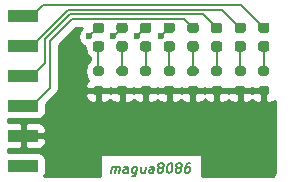
<source format=gbr>
%TF.GenerationSoftware,KiCad,Pcbnew,(5.1.10)-1*%
%TF.CreationDate,2021-08-11T02:19:35+08:00*%
%TF.ProjectId,Pmod-8led,506d6f64-2d38-46c6-9564-2e6b69636164,rev?*%
%TF.SameCoordinates,Original*%
%TF.FileFunction,Copper,L1,Top*%
%TF.FilePolarity,Positive*%
%FSLAX46Y46*%
G04 Gerber Fmt 4.6, Leading zero omitted, Abs format (unit mm)*
G04 Created by KiCad (PCBNEW (5.1.10)-1) date 2021-08-11 02:19:35*
%MOMM*%
%LPD*%
G01*
G04 APERTURE LIST*
%TA.AperFunction,NonConductor*%
%ADD10C,0.150000*%
%TD*%
%TA.AperFunction,SMDPad,CuDef*%
%ADD11R,2.500000X1.000000*%
%TD*%
%TA.AperFunction,ViaPad*%
%ADD12C,0.600000*%
%TD*%
%TA.AperFunction,Conductor*%
%ADD13C,0.200000*%
%TD*%
%TA.AperFunction,Conductor*%
%ADD14C,0.254000*%
%TD*%
%TA.AperFunction,Conductor*%
%ADD15C,0.100000*%
%TD*%
G04 APERTURE END LIST*
D10*
X156013688Y-110724904D02*
X156080355Y-110191571D01*
X156070831Y-110267761D02*
X156113688Y-110229666D01*
X156194641Y-110191571D01*
X156308926Y-110191571D01*
X156380355Y-110229666D01*
X156408926Y-110305857D01*
X156356545Y-110724904D01*
X156408926Y-110305857D02*
X156456545Y-110229666D01*
X156537498Y-110191571D01*
X156651783Y-110191571D01*
X156723212Y-110229666D01*
X156751783Y-110305857D01*
X156699402Y-110724904D01*
X157423212Y-110724904D02*
X157475593Y-110305857D01*
X157447022Y-110229666D01*
X157375593Y-110191571D01*
X157223212Y-110191571D01*
X157142260Y-110229666D01*
X157427974Y-110686809D02*
X157347022Y-110724904D01*
X157156545Y-110724904D01*
X157085117Y-110686809D01*
X157056545Y-110610619D01*
X157066069Y-110534428D01*
X157113688Y-110458238D01*
X157194641Y-110420142D01*
X157385117Y-110420142D01*
X157466069Y-110382047D01*
X158213688Y-110191571D02*
X158132736Y-110839190D01*
X158085117Y-110915380D01*
X158042260Y-110953476D01*
X157961307Y-110991571D01*
X157847022Y-110991571D01*
X157775593Y-110953476D01*
X158151783Y-110686809D02*
X158070831Y-110724904D01*
X157918450Y-110724904D01*
X157847022Y-110686809D01*
X157813688Y-110648714D01*
X157785117Y-110572523D01*
X157813688Y-110343952D01*
X157861307Y-110267761D01*
X157904164Y-110229666D01*
X157985117Y-110191571D01*
X158137498Y-110191571D01*
X158208926Y-110229666D01*
X158937498Y-110191571D02*
X158870831Y-110724904D01*
X158594641Y-110191571D02*
X158542260Y-110610619D01*
X158570831Y-110686809D01*
X158642260Y-110724904D01*
X158756545Y-110724904D01*
X158837498Y-110686809D01*
X158880355Y-110648714D01*
X159594641Y-110724904D02*
X159647022Y-110305857D01*
X159618450Y-110229666D01*
X159547022Y-110191571D01*
X159394641Y-110191571D01*
X159313688Y-110229666D01*
X159599402Y-110686809D02*
X159518450Y-110724904D01*
X159327974Y-110724904D01*
X159256545Y-110686809D01*
X159227974Y-110610619D01*
X159237498Y-110534428D01*
X159285117Y-110458238D01*
X159366069Y-110420142D01*
X159556545Y-110420142D01*
X159637498Y-110382047D01*
X160147022Y-110267761D02*
X160075593Y-110229666D01*
X160042260Y-110191571D01*
X160013688Y-110115380D01*
X160018450Y-110077285D01*
X160066069Y-110001095D01*
X160108926Y-109963000D01*
X160189879Y-109924904D01*
X160342260Y-109924904D01*
X160413688Y-109963000D01*
X160447022Y-110001095D01*
X160475593Y-110077285D01*
X160470831Y-110115380D01*
X160423212Y-110191571D01*
X160380355Y-110229666D01*
X160299402Y-110267761D01*
X160147022Y-110267761D01*
X160066069Y-110305857D01*
X160023212Y-110343952D01*
X159975593Y-110420142D01*
X159956545Y-110572523D01*
X159985117Y-110648714D01*
X160018450Y-110686809D01*
X160089879Y-110724904D01*
X160242260Y-110724904D01*
X160323212Y-110686809D01*
X160366069Y-110648714D01*
X160413688Y-110572523D01*
X160432736Y-110420142D01*
X160404164Y-110343952D01*
X160370831Y-110305857D01*
X160299402Y-110267761D01*
X160989879Y-109924904D02*
X161066069Y-109924904D01*
X161137498Y-109963000D01*
X161170831Y-110001095D01*
X161199402Y-110077285D01*
X161218450Y-110229666D01*
X161194641Y-110420142D01*
X161137498Y-110572523D01*
X161089879Y-110648714D01*
X161047022Y-110686809D01*
X160966069Y-110724904D01*
X160889879Y-110724904D01*
X160818450Y-110686809D01*
X160785117Y-110648714D01*
X160756545Y-110572523D01*
X160737498Y-110420142D01*
X160761307Y-110229666D01*
X160818450Y-110077285D01*
X160866069Y-110001095D01*
X160908926Y-109963000D01*
X160989879Y-109924904D01*
X161670831Y-110267761D02*
X161599402Y-110229666D01*
X161566069Y-110191571D01*
X161537498Y-110115380D01*
X161542260Y-110077285D01*
X161589879Y-110001095D01*
X161632736Y-109963000D01*
X161713688Y-109924904D01*
X161866069Y-109924904D01*
X161937498Y-109963000D01*
X161970831Y-110001095D01*
X161999402Y-110077285D01*
X161994641Y-110115380D01*
X161947022Y-110191571D01*
X161904164Y-110229666D01*
X161823212Y-110267761D01*
X161670831Y-110267761D01*
X161589879Y-110305857D01*
X161547022Y-110343952D01*
X161499402Y-110420142D01*
X161480355Y-110572523D01*
X161508926Y-110648714D01*
X161542260Y-110686809D01*
X161613688Y-110724904D01*
X161766069Y-110724904D01*
X161847022Y-110686809D01*
X161889879Y-110648714D01*
X161937498Y-110572523D01*
X161956545Y-110420142D01*
X161927974Y-110343952D01*
X161894641Y-110305857D01*
X161823212Y-110267761D01*
X162704164Y-109924904D02*
X162551783Y-109924904D01*
X162470831Y-109963000D01*
X162427974Y-110001095D01*
X162337498Y-110115380D01*
X162280355Y-110267761D01*
X162242260Y-110572523D01*
X162270831Y-110648714D01*
X162304164Y-110686809D01*
X162375593Y-110724904D01*
X162527974Y-110724904D01*
X162608926Y-110686809D01*
X162651783Y-110648714D01*
X162699402Y-110572523D01*
X162723212Y-110382047D01*
X162694641Y-110305857D01*
X162661307Y-110267761D01*
X162589879Y-110229666D01*
X162437498Y-110229666D01*
X162356545Y-110267761D01*
X162313688Y-110305857D01*
X162266069Y-110382047D01*
D11*
%TO.P,PMOD0,1*%
%TO.N,IO0*%
X148596100Y-97409000D03*
%TO.P,PMOD0,2*%
%TO.N,IO1*%
X148596100Y-99949000D03*
%TO.P,PMOD0,3*%
%TO.N,IO2*%
X148596100Y-102489000D03*
%TO.P,PMOD0,4*%
%TO.N,IO3*%
X148596100Y-105029000D03*
%TO.P,PMOD0,5*%
%TO.N,GND*%
X148596100Y-107569000D03*
%TO.P,PMOD0,6*%
%TO.N,+3V3*%
X148596100Y-110109000D03*
%TD*%
%TO.P,R7,2*%
%TO.N,GND*%
%TA.AperFunction,SMDPad,CuDef*%
G36*
G01*
X154678200Y-103348800D02*
X155228200Y-103348800D01*
G75*
G02*
X155428200Y-103548800I0J-200000D01*
G01*
X155428200Y-103948800D01*
G75*
G02*
X155228200Y-104148800I-200000J0D01*
G01*
X154678200Y-104148800D01*
G75*
G02*
X154478200Y-103948800I0J200000D01*
G01*
X154478200Y-103548800D01*
G75*
G02*
X154678200Y-103348800I200000J0D01*
G01*
G37*
%TD.AperFunction*%
%TO.P,R7,1*%
%TO.N,Net-(D7-Pad1)*%
%TA.AperFunction,SMDPad,CuDef*%
G36*
G01*
X154678200Y-101698800D02*
X155228200Y-101698800D01*
G75*
G02*
X155428200Y-101898800I0J-200000D01*
G01*
X155428200Y-102298800D01*
G75*
G02*
X155228200Y-102498800I-200000J0D01*
G01*
X154678200Y-102498800D01*
G75*
G02*
X154478200Y-102298800I0J200000D01*
G01*
X154478200Y-101898800D01*
G75*
G02*
X154678200Y-101698800I200000J0D01*
G01*
G37*
%TD.AperFunction*%
%TD*%
%TO.P,R6,2*%
%TO.N,GND*%
%TA.AperFunction,SMDPad,CuDef*%
G36*
G01*
X156678200Y-103348800D02*
X157228200Y-103348800D01*
G75*
G02*
X157428200Y-103548800I0J-200000D01*
G01*
X157428200Y-103948800D01*
G75*
G02*
X157228200Y-104148800I-200000J0D01*
G01*
X156678200Y-104148800D01*
G75*
G02*
X156478200Y-103948800I0J200000D01*
G01*
X156478200Y-103548800D01*
G75*
G02*
X156678200Y-103348800I200000J0D01*
G01*
G37*
%TD.AperFunction*%
%TO.P,R6,1*%
%TO.N,Net-(D6-Pad1)*%
%TA.AperFunction,SMDPad,CuDef*%
G36*
G01*
X156678200Y-101698800D02*
X157228200Y-101698800D01*
G75*
G02*
X157428200Y-101898800I0J-200000D01*
G01*
X157428200Y-102298800D01*
G75*
G02*
X157228200Y-102498800I-200000J0D01*
G01*
X156678200Y-102498800D01*
G75*
G02*
X156478200Y-102298800I0J200000D01*
G01*
X156478200Y-101898800D01*
G75*
G02*
X156678200Y-101698800I200000J0D01*
G01*
G37*
%TD.AperFunction*%
%TD*%
%TO.P,R5,2*%
%TO.N,GND*%
%TA.AperFunction,SMDPad,CuDef*%
G36*
G01*
X158678200Y-103348800D02*
X159228200Y-103348800D01*
G75*
G02*
X159428200Y-103548800I0J-200000D01*
G01*
X159428200Y-103948800D01*
G75*
G02*
X159228200Y-104148800I-200000J0D01*
G01*
X158678200Y-104148800D01*
G75*
G02*
X158478200Y-103948800I0J200000D01*
G01*
X158478200Y-103548800D01*
G75*
G02*
X158678200Y-103348800I200000J0D01*
G01*
G37*
%TD.AperFunction*%
%TO.P,R5,1*%
%TO.N,Net-(D5-Pad1)*%
%TA.AperFunction,SMDPad,CuDef*%
G36*
G01*
X158678200Y-101698800D02*
X159228200Y-101698800D01*
G75*
G02*
X159428200Y-101898800I0J-200000D01*
G01*
X159428200Y-102298800D01*
G75*
G02*
X159228200Y-102498800I-200000J0D01*
G01*
X158678200Y-102498800D01*
G75*
G02*
X158478200Y-102298800I0J200000D01*
G01*
X158478200Y-101898800D01*
G75*
G02*
X158678200Y-101698800I200000J0D01*
G01*
G37*
%TD.AperFunction*%
%TD*%
%TO.P,R4,2*%
%TO.N,GND*%
%TA.AperFunction,SMDPad,CuDef*%
G36*
G01*
X160678200Y-103348800D02*
X161228200Y-103348800D01*
G75*
G02*
X161428200Y-103548800I0J-200000D01*
G01*
X161428200Y-103948800D01*
G75*
G02*
X161228200Y-104148800I-200000J0D01*
G01*
X160678200Y-104148800D01*
G75*
G02*
X160478200Y-103948800I0J200000D01*
G01*
X160478200Y-103548800D01*
G75*
G02*
X160678200Y-103348800I200000J0D01*
G01*
G37*
%TD.AperFunction*%
%TO.P,R4,1*%
%TO.N,Net-(D4-Pad1)*%
%TA.AperFunction,SMDPad,CuDef*%
G36*
G01*
X160678200Y-101698800D02*
X161228200Y-101698800D01*
G75*
G02*
X161428200Y-101898800I0J-200000D01*
G01*
X161428200Y-102298800D01*
G75*
G02*
X161228200Y-102498800I-200000J0D01*
G01*
X160678200Y-102498800D01*
G75*
G02*
X160478200Y-102298800I0J200000D01*
G01*
X160478200Y-101898800D01*
G75*
G02*
X160678200Y-101698800I200000J0D01*
G01*
G37*
%TD.AperFunction*%
%TD*%
%TO.P,R3,2*%
%TO.N,GND*%
%TA.AperFunction,SMDPad,CuDef*%
G36*
G01*
X162678200Y-103348800D02*
X163228200Y-103348800D01*
G75*
G02*
X163428200Y-103548800I0J-200000D01*
G01*
X163428200Y-103948800D01*
G75*
G02*
X163228200Y-104148800I-200000J0D01*
G01*
X162678200Y-104148800D01*
G75*
G02*
X162478200Y-103948800I0J200000D01*
G01*
X162478200Y-103548800D01*
G75*
G02*
X162678200Y-103348800I200000J0D01*
G01*
G37*
%TD.AperFunction*%
%TO.P,R3,1*%
%TO.N,Net-(D3-Pad1)*%
%TA.AperFunction,SMDPad,CuDef*%
G36*
G01*
X162678200Y-101698800D02*
X163228200Y-101698800D01*
G75*
G02*
X163428200Y-101898800I0J-200000D01*
G01*
X163428200Y-102298800D01*
G75*
G02*
X163228200Y-102498800I-200000J0D01*
G01*
X162678200Y-102498800D01*
G75*
G02*
X162478200Y-102298800I0J200000D01*
G01*
X162478200Y-101898800D01*
G75*
G02*
X162678200Y-101698800I200000J0D01*
G01*
G37*
%TD.AperFunction*%
%TD*%
%TO.P,R2,2*%
%TO.N,GND*%
%TA.AperFunction,SMDPad,CuDef*%
G36*
G01*
X164688200Y-103348800D02*
X165238200Y-103348800D01*
G75*
G02*
X165438200Y-103548800I0J-200000D01*
G01*
X165438200Y-103948800D01*
G75*
G02*
X165238200Y-104148800I-200000J0D01*
G01*
X164688200Y-104148800D01*
G75*
G02*
X164488200Y-103948800I0J200000D01*
G01*
X164488200Y-103548800D01*
G75*
G02*
X164688200Y-103348800I200000J0D01*
G01*
G37*
%TD.AperFunction*%
%TO.P,R2,1*%
%TO.N,Net-(D2-Pad1)*%
%TA.AperFunction,SMDPad,CuDef*%
G36*
G01*
X164688200Y-101698800D02*
X165238200Y-101698800D01*
G75*
G02*
X165438200Y-101898800I0J-200000D01*
G01*
X165438200Y-102298800D01*
G75*
G02*
X165238200Y-102498800I-200000J0D01*
G01*
X164688200Y-102498800D01*
G75*
G02*
X164488200Y-102298800I0J200000D01*
G01*
X164488200Y-101898800D01*
G75*
G02*
X164688200Y-101698800I200000J0D01*
G01*
G37*
%TD.AperFunction*%
%TD*%
%TO.P,R1,2*%
%TO.N,GND*%
%TA.AperFunction,SMDPad,CuDef*%
G36*
G01*
X166678200Y-103348800D02*
X167228200Y-103348800D01*
G75*
G02*
X167428200Y-103548800I0J-200000D01*
G01*
X167428200Y-103948800D01*
G75*
G02*
X167228200Y-104148800I-200000J0D01*
G01*
X166678200Y-104148800D01*
G75*
G02*
X166478200Y-103948800I0J200000D01*
G01*
X166478200Y-103548800D01*
G75*
G02*
X166678200Y-103348800I200000J0D01*
G01*
G37*
%TD.AperFunction*%
%TO.P,R1,1*%
%TO.N,Net-(D1-Pad1)*%
%TA.AperFunction,SMDPad,CuDef*%
G36*
G01*
X166678200Y-101698800D02*
X167228200Y-101698800D01*
G75*
G02*
X167428200Y-101898800I0J-200000D01*
G01*
X167428200Y-102298800D01*
G75*
G02*
X167228200Y-102498800I-200000J0D01*
G01*
X166678200Y-102498800D01*
G75*
G02*
X166478200Y-102298800I0J200000D01*
G01*
X166478200Y-101898800D01*
G75*
G02*
X166678200Y-101698800I200000J0D01*
G01*
G37*
%TD.AperFunction*%
%TD*%
%TO.P,R0,2*%
%TO.N,GND*%
%TA.AperFunction,SMDPad,CuDef*%
G36*
G01*
X168678200Y-103348800D02*
X169228200Y-103348800D01*
G75*
G02*
X169428200Y-103548800I0J-200000D01*
G01*
X169428200Y-103948800D01*
G75*
G02*
X169228200Y-104148800I-200000J0D01*
G01*
X168678200Y-104148800D01*
G75*
G02*
X168478200Y-103948800I0J200000D01*
G01*
X168478200Y-103548800D01*
G75*
G02*
X168678200Y-103348800I200000J0D01*
G01*
G37*
%TD.AperFunction*%
%TO.P,R0,1*%
%TO.N,Net-(D0-Pad1)*%
%TA.AperFunction,SMDPad,CuDef*%
G36*
G01*
X168678200Y-101698800D02*
X169228200Y-101698800D01*
G75*
G02*
X169428200Y-101898800I0J-200000D01*
G01*
X169428200Y-102298800D01*
G75*
G02*
X169228200Y-102498800I-200000J0D01*
G01*
X168678200Y-102498800D01*
G75*
G02*
X168478200Y-102298800I0J200000D01*
G01*
X168478200Y-101898800D01*
G75*
G02*
X168678200Y-101698800I200000J0D01*
G01*
G37*
%TD.AperFunction*%
%TD*%
%TO.P,D7,2*%
%TO.N,IO7*%
%TA.AperFunction,SMDPad,CuDef*%
G36*
G01*
X155209450Y-98873800D02*
X154696950Y-98873800D01*
G75*
G02*
X154478200Y-98655050I0J218750D01*
G01*
X154478200Y-98217550D01*
G75*
G02*
X154696950Y-97998800I218750J0D01*
G01*
X155209450Y-97998800D01*
G75*
G02*
X155428200Y-98217550I0J-218750D01*
G01*
X155428200Y-98655050D01*
G75*
G02*
X155209450Y-98873800I-218750J0D01*
G01*
G37*
%TD.AperFunction*%
%TO.P,D7,1*%
%TO.N,Net-(D7-Pad1)*%
%TA.AperFunction,SMDPad,CuDef*%
G36*
G01*
X155209450Y-100448800D02*
X154696950Y-100448800D01*
G75*
G02*
X154478200Y-100230050I0J218750D01*
G01*
X154478200Y-99792550D01*
G75*
G02*
X154696950Y-99573800I218750J0D01*
G01*
X155209450Y-99573800D01*
G75*
G02*
X155428200Y-99792550I0J-218750D01*
G01*
X155428200Y-100230050D01*
G75*
G02*
X155209450Y-100448800I-218750J0D01*
G01*
G37*
%TD.AperFunction*%
%TD*%
%TO.P,D6,2*%
%TO.N,IO6*%
%TA.AperFunction,SMDPad,CuDef*%
G36*
G01*
X157209450Y-98873800D02*
X156696950Y-98873800D01*
G75*
G02*
X156478200Y-98655050I0J218750D01*
G01*
X156478200Y-98217550D01*
G75*
G02*
X156696950Y-97998800I218750J0D01*
G01*
X157209450Y-97998800D01*
G75*
G02*
X157428200Y-98217550I0J-218750D01*
G01*
X157428200Y-98655050D01*
G75*
G02*
X157209450Y-98873800I-218750J0D01*
G01*
G37*
%TD.AperFunction*%
%TO.P,D6,1*%
%TO.N,Net-(D6-Pad1)*%
%TA.AperFunction,SMDPad,CuDef*%
G36*
G01*
X157209450Y-100448800D02*
X156696950Y-100448800D01*
G75*
G02*
X156478200Y-100230050I0J218750D01*
G01*
X156478200Y-99792550D01*
G75*
G02*
X156696950Y-99573800I218750J0D01*
G01*
X157209450Y-99573800D01*
G75*
G02*
X157428200Y-99792550I0J-218750D01*
G01*
X157428200Y-100230050D01*
G75*
G02*
X157209450Y-100448800I-218750J0D01*
G01*
G37*
%TD.AperFunction*%
%TD*%
%TO.P,D5,2*%
%TO.N,IO5*%
%TA.AperFunction,SMDPad,CuDef*%
G36*
G01*
X159209450Y-98873800D02*
X158696950Y-98873800D01*
G75*
G02*
X158478200Y-98655050I0J218750D01*
G01*
X158478200Y-98217550D01*
G75*
G02*
X158696950Y-97998800I218750J0D01*
G01*
X159209450Y-97998800D01*
G75*
G02*
X159428200Y-98217550I0J-218750D01*
G01*
X159428200Y-98655050D01*
G75*
G02*
X159209450Y-98873800I-218750J0D01*
G01*
G37*
%TD.AperFunction*%
%TO.P,D5,1*%
%TO.N,Net-(D5-Pad1)*%
%TA.AperFunction,SMDPad,CuDef*%
G36*
G01*
X159209450Y-100448800D02*
X158696950Y-100448800D01*
G75*
G02*
X158478200Y-100230050I0J218750D01*
G01*
X158478200Y-99792550D01*
G75*
G02*
X158696950Y-99573800I218750J0D01*
G01*
X159209450Y-99573800D01*
G75*
G02*
X159428200Y-99792550I0J-218750D01*
G01*
X159428200Y-100230050D01*
G75*
G02*
X159209450Y-100448800I-218750J0D01*
G01*
G37*
%TD.AperFunction*%
%TD*%
%TO.P,D4,2*%
%TO.N,IO4*%
%TA.AperFunction,SMDPad,CuDef*%
G36*
G01*
X161209450Y-98873800D02*
X160696950Y-98873800D01*
G75*
G02*
X160478200Y-98655050I0J218750D01*
G01*
X160478200Y-98217550D01*
G75*
G02*
X160696950Y-97998800I218750J0D01*
G01*
X161209450Y-97998800D01*
G75*
G02*
X161428200Y-98217550I0J-218750D01*
G01*
X161428200Y-98655050D01*
G75*
G02*
X161209450Y-98873800I-218750J0D01*
G01*
G37*
%TD.AperFunction*%
%TO.P,D4,1*%
%TO.N,Net-(D4-Pad1)*%
%TA.AperFunction,SMDPad,CuDef*%
G36*
G01*
X161209450Y-100448800D02*
X160696950Y-100448800D01*
G75*
G02*
X160478200Y-100230050I0J218750D01*
G01*
X160478200Y-99792550D01*
G75*
G02*
X160696950Y-99573800I218750J0D01*
G01*
X161209450Y-99573800D01*
G75*
G02*
X161428200Y-99792550I0J-218750D01*
G01*
X161428200Y-100230050D01*
G75*
G02*
X161209450Y-100448800I-218750J0D01*
G01*
G37*
%TD.AperFunction*%
%TD*%
%TO.P,D3,2*%
%TO.N,IO3*%
%TA.AperFunction,SMDPad,CuDef*%
G36*
G01*
X163209450Y-98873800D02*
X162696950Y-98873800D01*
G75*
G02*
X162478200Y-98655050I0J218750D01*
G01*
X162478200Y-98217550D01*
G75*
G02*
X162696950Y-97998800I218750J0D01*
G01*
X163209450Y-97998800D01*
G75*
G02*
X163428200Y-98217550I0J-218750D01*
G01*
X163428200Y-98655050D01*
G75*
G02*
X163209450Y-98873800I-218750J0D01*
G01*
G37*
%TD.AperFunction*%
%TO.P,D3,1*%
%TO.N,Net-(D3-Pad1)*%
%TA.AperFunction,SMDPad,CuDef*%
G36*
G01*
X163209450Y-100448800D02*
X162696950Y-100448800D01*
G75*
G02*
X162478200Y-100230050I0J218750D01*
G01*
X162478200Y-99792550D01*
G75*
G02*
X162696950Y-99573800I218750J0D01*
G01*
X163209450Y-99573800D01*
G75*
G02*
X163428200Y-99792550I0J-218750D01*
G01*
X163428200Y-100230050D01*
G75*
G02*
X163209450Y-100448800I-218750J0D01*
G01*
G37*
%TD.AperFunction*%
%TD*%
%TO.P,D2,2*%
%TO.N,IO2*%
%TA.AperFunction,SMDPad,CuDef*%
G36*
G01*
X165209450Y-98873800D02*
X164696950Y-98873800D01*
G75*
G02*
X164478200Y-98655050I0J218750D01*
G01*
X164478200Y-98217550D01*
G75*
G02*
X164696950Y-97998800I218750J0D01*
G01*
X165209450Y-97998800D01*
G75*
G02*
X165428200Y-98217550I0J-218750D01*
G01*
X165428200Y-98655050D01*
G75*
G02*
X165209450Y-98873800I-218750J0D01*
G01*
G37*
%TD.AperFunction*%
%TO.P,D2,1*%
%TO.N,Net-(D2-Pad1)*%
%TA.AperFunction,SMDPad,CuDef*%
G36*
G01*
X165209450Y-100448800D02*
X164696950Y-100448800D01*
G75*
G02*
X164478200Y-100230050I0J218750D01*
G01*
X164478200Y-99792550D01*
G75*
G02*
X164696950Y-99573800I218750J0D01*
G01*
X165209450Y-99573800D01*
G75*
G02*
X165428200Y-99792550I0J-218750D01*
G01*
X165428200Y-100230050D01*
G75*
G02*
X165209450Y-100448800I-218750J0D01*
G01*
G37*
%TD.AperFunction*%
%TD*%
%TO.P,D1,2*%
%TO.N,IO1*%
%TA.AperFunction,SMDPad,CuDef*%
G36*
G01*
X167209450Y-98873800D02*
X166696950Y-98873800D01*
G75*
G02*
X166478200Y-98655050I0J218750D01*
G01*
X166478200Y-98217550D01*
G75*
G02*
X166696950Y-97998800I218750J0D01*
G01*
X167209450Y-97998800D01*
G75*
G02*
X167428200Y-98217550I0J-218750D01*
G01*
X167428200Y-98655050D01*
G75*
G02*
X167209450Y-98873800I-218750J0D01*
G01*
G37*
%TD.AperFunction*%
%TO.P,D1,1*%
%TO.N,Net-(D1-Pad1)*%
%TA.AperFunction,SMDPad,CuDef*%
G36*
G01*
X167209450Y-100448800D02*
X166696950Y-100448800D01*
G75*
G02*
X166478200Y-100230050I0J218750D01*
G01*
X166478200Y-99792550D01*
G75*
G02*
X166696950Y-99573800I218750J0D01*
G01*
X167209450Y-99573800D01*
G75*
G02*
X167428200Y-99792550I0J-218750D01*
G01*
X167428200Y-100230050D01*
G75*
G02*
X167209450Y-100448800I-218750J0D01*
G01*
G37*
%TD.AperFunction*%
%TD*%
%TO.P,D0,2*%
%TO.N,IO0*%
%TA.AperFunction,SMDPad,CuDef*%
G36*
G01*
X169209450Y-98873800D02*
X168696950Y-98873800D01*
G75*
G02*
X168478200Y-98655050I0J218750D01*
G01*
X168478200Y-98217550D01*
G75*
G02*
X168696950Y-97998800I218750J0D01*
G01*
X169209450Y-97998800D01*
G75*
G02*
X169428200Y-98217550I0J-218750D01*
G01*
X169428200Y-98655050D01*
G75*
G02*
X169209450Y-98873800I-218750J0D01*
G01*
G37*
%TD.AperFunction*%
%TO.P,D0,1*%
%TO.N,Net-(D0-Pad1)*%
%TA.AperFunction,SMDPad,CuDef*%
G36*
G01*
X169209450Y-100448800D02*
X168696950Y-100448800D01*
G75*
G02*
X168478200Y-100230050I0J218750D01*
G01*
X168478200Y-99792550D01*
G75*
G02*
X168696950Y-99573800I218750J0D01*
G01*
X169209450Y-99573800D01*
G75*
G02*
X169428200Y-99792550I0J-218750D01*
G01*
X169428200Y-100230050D01*
G75*
G02*
X169209450Y-100448800I-218750J0D01*
G01*
G37*
%TD.AperFunction*%
%TD*%
D12*
%TO.N,IO7*%
X154165415Y-99169868D03*
%TO.N,IO6*%
X156171898Y-99123502D03*
%TO.N,IO5*%
X158216599Y-99110801D03*
%TO.N,IO4*%
X160210500Y-99123500D03*
%TD*%
D13*
%TO.N,IO7*%
X154898983Y-98436300D02*
X154165415Y-99169868D01*
X154953200Y-98436300D02*
X154898983Y-98436300D01*
%TO.N,IO6*%
X156265998Y-99123502D02*
X156171898Y-99123502D01*
X156953200Y-98436300D02*
X156265998Y-99123502D01*
%TO.N,IO5*%
X158953200Y-98436300D02*
X158891100Y-98436300D01*
X158891100Y-98436300D02*
X158216599Y-99110801D01*
%TO.N,IO4*%
X160953200Y-98436300D02*
X160897700Y-98436300D01*
X160897700Y-98436300D02*
X160210500Y-99123500D01*
%TO.N,IO3*%
X152745209Y-97698791D02*
X150850600Y-99593400D01*
X149326600Y-105029000D02*
X148596100Y-105029000D01*
X162953200Y-98436300D02*
X162215691Y-97698791D01*
X150850600Y-99593400D02*
X150850600Y-103505000D01*
X162215691Y-97698791D02*
X152745209Y-97698791D01*
X150850600Y-103505000D02*
X149326600Y-105029000D01*
%TO.N,IO2*%
X149352000Y-102489000D02*
X148596100Y-102489000D01*
X150450589Y-99427711D02*
X150450589Y-101390411D01*
X152579520Y-97298780D02*
X150450589Y-99427711D01*
X163815680Y-97298780D02*
X152579520Y-97298780D01*
X150450589Y-101390411D02*
X149352000Y-102489000D01*
X164953200Y-98436300D02*
X163815680Y-97298780D01*
%TO.N,IO1*%
X149352000Y-99949000D02*
X148596100Y-99949000D01*
X152402230Y-96898770D02*
X149352000Y-99949000D01*
X165415670Y-96898770D02*
X152402230Y-96898770D01*
X166953200Y-98436300D02*
X165415670Y-96898770D01*
%TO.N,Net-(D1-Pad1)*%
X166953200Y-100011300D02*
X166953200Y-102098800D01*
%TO.N,Net-(D2-Pad1)*%
X164953200Y-102088800D02*
X164963200Y-102098800D01*
X164953200Y-100011300D02*
X164953200Y-102088800D01*
%TO.N,Net-(D3-Pad1)*%
X162953200Y-100011300D02*
X162953200Y-102098800D01*
%TO.N,Net-(D4-Pad1)*%
X160953200Y-100011300D02*
X160953200Y-102098800D01*
%TO.N,Net-(D5-Pad1)*%
X158953200Y-100011300D02*
X158953200Y-102098800D01*
%TO.N,Net-(D6-Pad1)*%
X156953200Y-100011300D02*
X156953200Y-102098800D01*
%TO.N,Net-(D7-Pad1)*%
X154953200Y-100011300D02*
X154953200Y-102098800D01*
%TO.N,IO0*%
X149352000Y-97409000D02*
X148596100Y-97409000D01*
X150262240Y-96498760D02*
X149352000Y-97409000D01*
X167015660Y-96498760D02*
X150262240Y-96498760D01*
X168953200Y-98436300D02*
X167015660Y-96498760D01*
%TO.N,Net-(D0-Pad1)*%
X168953200Y-100011300D02*
X168953200Y-102098800D01*
%TD*%
D14*
%TO.N,GND*%
X153569387Y-98443606D02*
X153439153Y-98573840D01*
X153336829Y-98726979D01*
X153266347Y-98897139D01*
X153230415Y-99077779D01*
X153230415Y-99261957D01*
X153266347Y-99442597D01*
X153336829Y-99612757D01*
X153439153Y-99765896D01*
X153569387Y-99896130D01*
X153722526Y-99998454D01*
X153840128Y-100047166D01*
X153840128Y-100230050D01*
X153856592Y-100397208D01*
X153905350Y-100557942D01*
X153984529Y-100706075D01*
X154091085Y-100835915D01*
X154218200Y-100940235D01*
X154218201Y-101198971D01*
X154212592Y-101201969D01*
X154085594Y-101306194D01*
X153981369Y-101433192D01*
X153903922Y-101578084D01*
X153856231Y-101735300D01*
X153840128Y-101898800D01*
X153840128Y-102298800D01*
X153856231Y-102462300D01*
X153903922Y-102619516D01*
X153981369Y-102764408D01*
X154065063Y-102866390D01*
X154027015Y-102897615D01*
X153947663Y-102994306D01*
X153888698Y-103104620D01*
X153852388Y-103224318D01*
X153840128Y-103348800D01*
X153843200Y-103463050D01*
X154001950Y-103621800D01*
X154826200Y-103621800D01*
X154826200Y-103601800D01*
X155080200Y-103601800D01*
X155080200Y-103621800D01*
X155904450Y-103621800D01*
X155953200Y-103573050D01*
X156001950Y-103621800D01*
X156826200Y-103621800D01*
X156826200Y-103601800D01*
X157080200Y-103601800D01*
X157080200Y-103621800D01*
X157904450Y-103621800D01*
X157953200Y-103573050D01*
X158001950Y-103621800D01*
X158826200Y-103621800D01*
X158826200Y-103601800D01*
X159080200Y-103601800D01*
X159080200Y-103621800D01*
X159904450Y-103621800D01*
X159953200Y-103573050D01*
X160001950Y-103621800D01*
X160826200Y-103621800D01*
X160826200Y-103601800D01*
X161080200Y-103601800D01*
X161080200Y-103621800D01*
X161904450Y-103621800D01*
X161953200Y-103573050D01*
X162001950Y-103621800D01*
X162826200Y-103621800D01*
X162826200Y-103601800D01*
X163080200Y-103601800D01*
X163080200Y-103621800D01*
X163904450Y-103621800D01*
X163958200Y-103568050D01*
X164011950Y-103621800D01*
X164836200Y-103621800D01*
X164836200Y-103601800D01*
X165090200Y-103601800D01*
X165090200Y-103621800D01*
X165914450Y-103621800D01*
X165958200Y-103578050D01*
X166001950Y-103621800D01*
X166826200Y-103621800D01*
X166826200Y-103601800D01*
X167080200Y-103601800D01*
X167080200Y-103621800D01*
X167904450Y-103621800D01*
X167953200Y-103573050D01*
X168001950Y-103621800D01*
X168826200Y-103621800D01*
X168826200Y-103601800D01*
X169080200Y-103601800D01*
X169080200Y-103621800D01*
X169100200Y-103621800D01*
X169100200Y-103875800D01*
X169080200Y-103875800D01*
X169080200Y-104625050D01*
X169238950Y-104783800D01*
X169428200Y-104786872D01*
X169552682Y-104774612D01*
X169672380Y-104738302D01*
X169782694Y-104679337D01*
X169860800Y-104615237D01*
X169860800Y-110696653D01*
X169852296Y-110783386D01*
X169837546Y-110832240D01*
X169813588Y-110877299D01*
X169781334Y-110916846D01*
X169742015Y-110949373D01*
X169697129Y-110973643D01*
X169648373Y-110988735D01*
X169564035Y-110997600D01*
X163709537Y-110997600D01*
X163709537Y-109114500D01*
X155111263Y-109114500D01*
X155111263Y-110997600D01*
X150348647Y-110997600D01*
X150376637Y-110963494D01*
X150435602Y-110853180D01*
X150471912Y-110733482D01*
X150484172Y-110609000D01*
X150484172Y-109609000D01*
X150471912Y-109484518D01*
X150435602Y-109364820D01*
X150376637Y-109254506D01*
X150297285Y-109157815D01*
X150200594Y-109078463D01*
X150090280Y-109019498D01*
X149970582Y-108983188D01*
X149846100Y-108970928D01*
X147346100Y-108970928D01*
X147330800Y-108972435D01*
X147330800Y-108705565D01*
X147346100Y-108707072D01*
X148310350Y-108704000D01*
X148469100Y-108545250D01*
X148469100Y-107696000D01*
X148723100Y-107696000D01*
X148723100Y-108545250D01*
X148881850Y-108704000D01*
X149846100Y-108707072D01*
X149970582Y-108694812D01*
X150090280Y-108658502D01*
X150200594Y-108599537D01*
X150297285Y-108520185D01*
X150376637Y-108423494D01*
X150435602Y-108313180D01*
X150471912Y-108193482D01*
X150484172Y-108069000D01*
X150481100Y-107854750D01*
X150322350Y-107696000D01*
X148723100Y-107696000D01*
X148469100Y-107696000D01*
X148449100Y-107696000D01*
X148449100Y-107442000D01*
X148469100Y-107442000D01*
X148469100Y-106592750D01*
X148723100Y-106592750D01*
X148723100Y-107442000D01*
X150322350Y-107442000D01*
X150481100Y-107283250D01*
X150484172Y-107069000D01*
X150471912Y-106944518D01*
X150435602Y-106824820D01*
X150376637Y-106714506D01*
X150297285Y-106617815D01*
X150200594Y-106538463D01*
X150090280Y-106479498D01*
X149970582Y-106443188D01*
X149846100Y-106430928D01*
X148881850Y-106434000D01*
X148723100Y-106592750D01*
X148469100Y-106592750D01*
X148310350Y-106434000D01*
X147346100Y-106430928D01*
X147330800Y-106432435D01*
X147330800Y-106165565D01*
X147346100Y-106167072D01*
X149846100Y-106167072D01*
X149970582Y-106154812D01*
X150090280Y-106118502D01*
X150200594Y-106059537D01*
X150297285Y-105980185D01*
X150376637Y-105883494D01*
X150435602Y-105773180D01*
X150471912Y-105653482D01*
X150484172Y-105529000D01*
X150484172Y-104910874D01*
X151246246Y-104148800D01*
X153840128Y-104148800D01*
X153852388Y-104273282D01*
X153888698Y-104392980D01*
X153947663Y-104503294D01*
X154027015Y-104599985D01*
X154123706Y-104679337D01*
X154234020Y-104738302D01*
X154353718Y-104774612D01*
X154478200Y-104786872D01*
X154667450Y-104783800D01*
X154826200Y-104625050D01*
X154826200Y-103875800D01*
X155080200Y-103875800D01*
X155080200Y-104625050D01*
X155238950Y-104783800D01*
X155428200Y-104786872D01*
X155552682Y-104774612D01*
X155672380Y-104738302D01*
X155782694Y-104679337D01*
X155879385Y-104599985D01*
X155953200Y-104510041D01*
X156027015Y-104599985D01*
X156123706Y-104679337D01*
X156234020Y-104738302D01*
X156353718Y-104774612D01*
X156478200Y-104786872D01*
X156667450Y-104783800D01*
X156826200Y-104625050D01*
X156826200Y-103875800D01*
X157080200Y-103875800D01*
X157080200Y-104625050D01*
X157238950Y-104783800D01*
X157428200Y-104786872D01*
X157552682Y-104774612D01*
X157672380Y-104738302D01*
X157782694Y-104679337D01*
X157879385Y-104599985D01*
X157953200Y-104510041D01*
X158027015Y-104599985D01*
X158123706Y-104679337D01*
X158234020Y-104738302D01*
X158353718Y-104774612D01*
X158478200Y-104786872D01*
X158667450Y-104783800D01*
X158826200Y-104625050D01*
X158826200Y-103875800D01*
X159080200Y-103875800D01*
X159080200Y-104625050D01*
X159238950Y-104783800D01*
X159428200Y-104786872D01*
X159552682Y-104774612D01*
X159672380Y-104738302D01*
X159782694Y-104679337D01*
X159879385Y-104599985D01*
X159953200Y-104510041D01*
X160027015Y-104599985D01*
X160123706Y-104679337D01*
X160234020Y-104738302D01*
X160353718Y-104774612D01*
X160478200Y-104786872D01*
X160667450Y-104783800D01*
X160826200Y-104625050D01*
X160826200Y-103875800D01*
X161080200Y-103875800D01*
X161080200Y-104625050D01*
X161238950Y-104783800D01*
X161428200Y-104786872D01*
X161552682Y-104774612D01*
X161672380Y-104738302D01*
X161782694Y-104679337D01*
X161879385Y-104599985D01*
X161953200Y-104510041D01*
X162027015Y-104599985D01*
X162123706Y-104679337D01*
X162234020Y-104738302D01*
X162353718Y-104774612D01*
X162478200Y-104786872D01*
X162667450Y-104783800D01*
X162826200Y-104625050D01*
X162826200Y-103875800D01*
X163080200Y-103875800D01*
X163080200Y-104625050D01*
X163238950Y-104783800D01*
X163428200Y-104786872D01*
X163552682Y-104774612D01*
X163672380Y-104738302D01*
X163782694Y-104679337D01*
X163879385Y-104599985D01*
X163958200Y-104503948D01*
X164037015Y-104599985D01*
X164133706Y-104679337D01*
X164244020Y-104738302D01*
X164363718Y-104774612D01*
X164488200Y-104786872D01*
X164677450Y-104783800D01*
X164836200Y-104625050D01*
X164836200Y-103875800D01*
X165090200Y-103875800D01*
X165090200Y-104625050D01*
X165248950Y-104783800D01*
X165438200Y-104786872D01*
X165562682Y-104774612D01*
X165682380Y-104738302D01*
X165792694Y-104679337D01*
X165889385Y-104599985D01*
X165958200Y-104516133D01*
X166027015Y-104599985D01*
X166123706Y-104679337D01*
X166234020Y-104738302D01*
X166353718Y-104774612D01*
X166478200Y-104786872D01*
X166667450Y-104783800D01*
X166826200Y-104625050D01*
X166826200Y-103875800D01*
X167080200Y-103875800D01*
X167080200Y-104625050D01*
X167238950Y-104783800D01*
X167428200Y-104786872D01*
X167552682Y-104774612D01*
X167672380Y-104738302D01*
X167782694Y-104679337D01*
X167879385Y-104599985D01*
X167953200Y-104510041D01*
X168027015Y-104599985D01*
X168123706Y-104679337D01*
X168234020Y-104738302D01*
X168353718Y-104774612D01*
X168478200Y-104786872D01*
X168667450Y-104783800D01*
X168826200Y-104625050D01*
X168826200Y-103875800D01*
X168001950Y-103875800D01*
X167953200Y-103924550D01*
X167904450Y-103875800D01*
X167080200Y-103875800D01*
X166826200Y-103875800D01*
X166001950Y-103875800D01*
X165958200Y-103919550D01*
X165914450Y-103875800D01*
X165090200Y-103875800D01*
X164836200Y-103875800D01*
X164011950Y-103875800D01*
X163958200Y-103929550D01*
X163904450Y-103875800D01*
X163080200Y-103875800D01*
X162826200Y-103875800D01*
X162001950Y-103875800D01*
X161953200Y-103924550D01*
X161904450Y-103875800D01*
X161080200Y-103875800D01*
X160826200Y-103875800D01*
X160001950Y-103875800D01*
X159953200Y-103924550D01*
X159904450Y-103875800D01*
X159080200Y-103875800D01*
X158826200Y-103875800D01*
X158001950Y-103875800D01*
X157953200Y-103924550D01*
X157904450Y-103875800D01*
X157080200Y-103875800D01*
X156826200Y-103875800D01*
X156001950Y-103875800D01*
X155953200Y-103924550D01*
X155904450Y-103875800D01*
X155080200Y-103875800D01*
X154826200Y-103875800D01*
X154001950Y-103875800D01*
X153843200Y-104034550D01*
X153840128Y-104148800D01*
X151246246Y-104148800D01*
X151344793Y-104050254D01*
X151372838Y-104027238D01*
X151464687Y-103915320D01*
X151532937Y-103787633D01*
X151574965Y-103649085D01*
X151585600Y-103541105D01*
X151585600Y-103541096D01*
X151589155Y-103505001D01*
X151585600Y-103468906D01*
X151585600Y-99897846D01*
X153049656Y-98433791D01*
X153584076Y-98433791D01*
X153569387Y-98443606D01*
%TA.AperFunction,Conductor*%
D15*
G36*
X153569387Y-98443606D02*
G01*
X153439153Y-98573840D01*
X153336829Y-98726979D01*
X153266347Y-98897139D01*
X153230415Y-99077779D01*
X153230415Y-99261957D01*
X153266347Y-99442597D01*
X153336829Y-99612757D01*
X153439153Y-99765896D01*
X153569387Y-99896130D01*
X153722526Y-99998454D01*
X153840128Y-100047166D01*
X153840128Y-100230050D01*
X153856592Y-100397208D01*
X153905350Y-100557942D01*
X153984529Y-100706075D01*
X154091085Y-100835915D01*
X154218200Y-100940235D01*
X154218201Y-101198971D01*
X154212592Y-101201969D01*
X154085594Y-101306194D01*
X153981369Y-101433192D01*
X153903922Y-101578084D01*
X153856231Y-101735300D01*
X153840128Y-101898800D01*
X153840128Y-102298800D01*
X153856231Y-102462300D01*
X153903922Y-102619516D01*
X153981369Y-102764408D01*
X154065063Y-102866390D01*
X154027015Y-102897615D01*
X153947663Y-102994306D01*
X153888698Y-103104620D01*
X153852388Y-103224318D01*
X153840128Y-103348800D01*
X153843200Y-103463050D01*
X154001950Y-103621800D01*
X154826200Y-103621800D01*
X154826200Y-103601800D01*
X155080200Y-103601800D01*
X155080200Y-103621800D01*
X155904450Y-103621800D01*
X155953200Y-103573050D01*
X156001950Y-103621800D01*
X156826200Y-103621800D01*
X156826200Y-103601800D01*
X157080200Y-103601800D01*
X157080200Y-103621800D01*
X157904450Y-103621800D01*
X157953200Y-103573050D01*
X158001950Y-103621800D01*
X158826200Y-103621800D01*
X158826200Y-103601800D01*
X159080200Y-103601800D01*
X159080200Y-103621800D01*
X159904450Y-103621800D01*
X159953200Y-103573050D01*
X160001950Y-103621800D01*
X160826200Y-103621800D01*
X160826200Y-103601800D01*
X161080200Y-103601800D01*
X161080200Y-103621800D01*
X161904450Y-103621800D01*
X161953200Y-103573050D01*
X162001950Y-103621800D01*
X162826200Y-103621800D01*
X162826200Y-103601800D01*
X163080200Y-103601800D01*
X163080200Y-103621800D01*
X163904450Y-103621800D01*
X163958200Y-103568050D01*
X164011950Y-103621800D01*
X164836200Y-103621800D01*
X164836200Y-103601800D01*
X165090200Y-103601800D01*
X165090200Y-103621800D01*
X165914450Y-103621800D01*
X165958200Y-103578050D01*
X166001950Y-103621800D01*
X166826200Y-103621800D01*
X166826200Y-103601800D01*
X167080200Y-103601800D01*
X167080200Y-103621800D01*
X167904450Y-103621800D01*
X167953200Y-103573050D01*
X168001950Y-103621800D01*
X168826200Y-103621800D01*
X168826200Y-103601800D01*
X169080200Y-103601800D01*
X169080200Y-103621800D01*
X169100200Y-103621800D01*
X169100200Y-103875800D01*
X169080200Y-103875800D01*
X169080200Y-104625050D01*
X169238950Y-104783800D01*
X169428200Y-104786872D01*
X169552682Y-104774612D01*
X169672380Y-104738302D01*
X169782694Y-104679337D01*
X169860800Y-104615237D01*
X169860800Y-110696653D01*
X169852296Y-110783386D01*
X169837546Y-110832240D01*
X169813588Y-110877299D01*
X169781334Y-110916846D01*
X169742015Y-110949373D01*
X169697129Y-110973643D01*
X169648373Y-110988735D01*
X169564035Y-110997600D01*
X163709537Y-110997600D01*
X163709537Y-109114500D01*
X155111263Y-109114500D01*
X155111263Y-110997600D01*
X150348647Y-110997600D01*
X150376637Y-110963494D01*
X150435602Y-110853180D01*
X150471912Y-110733482D01*
X150484172Y-110609000D01*
X150484172Y-109609000D01*
X150471912Y-109484518D01*
X150435602Y-109364820D01*
X150376637Y-109254506D01*
X150297285Y-109157815D01*
X150200594Y-109078463D01*
X150090280Y-109019498D01*
X149970582Y-108983188D01*
X149846100Y-108970928D01*
X147346100Y-108970928D01*
X147330800Y-108972435D01*
X147330800Y-108705565D01*
X147346100Y-108707072D01*
X148310350Y-108704000D01*
X148469100Y-108545250D01*
X148469100Y-107696000D01*
X148723100Y-107696000D01*
X148723100Y-108545250D01*
X148881850Y-108704000D01*
X149846100Y-108707072D01*
X149970582Y-108694812D01*
X150090280Y-108658502D01*
X150200594Y-108599537D01*
X150297285Y-108520185D01*
X150376637Y-108423494D01*
X150435602Y-108313180D01*
X150471912Y-108193482D01*
X150484172Y-108069000D01*
X150481100Y-107854750D01*
X150322350Y-107696000D01*
X148723100Y-107696000D01*
X148469100Y-107696000D01*
X148449100Y-107696000D01*
X148449100Y-107442000D01*
X148469100Y-107442000D01*
X148469100Y-106592750D01*
X148723100Y-106592750D01*
X148723100Y-107442000D01*
X150322350Y-107442000D01*
X150481100Y-107283250D01*
X150484172Y-107069000D01*
X150471912Y-106944518D01*
X150435602Y-106824820D01*
X150376637Y-106714506D01*
X150297285Y-106617815D01*
X150200594Y-106538463D01*
X150090280Y-106479498D01*
X149970582Y-106443188D01*
X149846100Y-106430928D01*
X148881850Y-106434000D01*
X148723100Y-106592750D01*
X148469100Y-106592750D01*
X148310350Y-106434000D01*
X147346100Y-106430928D01*
X147330800Y-106432435D01*
X147330800Y-106165565D01*
X147346100Y-106167072D01*
X149846100Y-106167072D01*
X149970582Y-106154812D01*
X150090280Y-106118502D01*
X150200594Y-106059537D01*
X150297285Y-105980185D01*
X150376637Y-105883494D01*
X150435602Y-105773180D01*
X150471912Y-105653482D01*
X150484172Y-105529000D01*
X150484172Y-104910874D01*
X151246246Y-104148800D01*
X153840128Y-104148800D01*
X153852388Y-104273282D01*
X153888698Y-104392980D01*
X153947663Y-104503294D01*
X154027015Y-104599985D01*
X154123706Y-104679337D01*
X154234020Y-104738302D01*
X154353718Y-104774612D01*
X154478200Y-104786872D01*
X154667450Y-104783800D01*
X154826200Y-104625050D01*
X154826200Y-103875800D01*
X155080200Y-103875800D01*
X155080200Y-104625050D01*
X155238950Y-104783800D01*
X155428200Y-104786872D01*
X155552682Y-104774612D01*
X155672380Y-104738302D01*
X155782694Y-104679337D01*
X155879385Y-104599985D01*
X155953200Y-104510041D01*
X156027015Y-104599985D01*
X156123706Y-104679337D01*
X156234020Y-104738302D01*
X156353718Y-104774612D01*
X156478200Y-104786872D01*
X156667450Y-104783800D01*
X156826200Y-104625050D01*
X156826200Y-103875800D01*
X157080200Y-103875800D01*
X157080200Y-104625050D01*
X157238950Y-104783800D01*
X157428200Y-104786872D01*
X157552682Y-104774612D01*
X157672380Y-104738302D01*
X157782694Y-104679337D01*
X157879385Y-104599985D01*
X157953200Y-104510041D01*
X158027015Y-104599985D01*
X158123706Y-104679337D01*
X158234020Y-104738302D01*
X158353718Y-104774612D01*
X158478200Y-104786872D01*
X158667450Y-104783800D01*
X158826200Y-104625050D01*
X158826200Y-103875800D01*
X159080200Y-103875800D01*
X159080200Y-104625050D01*
X159238950Y-104783800D01*
X159428200Y-104786872D01*
X159552682Y-104774612D01*
X159672380Y-104738302D01*
X159782694Y-104679337D01*
X159879385Y-104599985D01*
X159953200Y-104510041D01*
X160027015Y-104599985D01*
X160123706Y-104679337D01*
X160234020Y-104738302D01*
X160353718Y-104774612D01*
X160478200Y-104786872D01*
X160667450Y-104783800D01*
X160826200Y-104625050D01*
X160826200Y-103875800D01*
X161080200Y-103875800D01*
X161080200Y-104625050D01*
X161238950Y-104783800D01*
X161428200Y-104786872D01*
X161552682Y-104774612D01*
X161672380Y-104738302D01*
X161782694Y-104679337D01*
X161879385Y-104599985D01*
X161953200Y-104510041D01*
X162027015Y-104599985D01*
X162123706Y-104679337D01*
X162234020Y-104738302D01*
X162353718Y-104774612D01*
X162478200Y-104786872D01*
X162667450Y-104783800D01*
X162826200Y-104625050D01*
X162826200Y-103875800D01*
X163080200Y-103875800D01*
X163080200Y-104625050D01*
X163238950Y-104783800D01*
X163428200Y-104786872D01*
X163552682Y-104774612D01*
X163672380Y-104738302D01*
X163782694Y-104679337D01*
X163879385Y-104599985D01*
X163958200Y-104503948D01*
X164037015Y-104599985D01*
X164133706Y-104679337D01*
X164244020Y-104738302D01*
X164363718Y-104774612D01*
X164488200Y-104786872D01*
X164677450Y-104783800D01*
X164836200Y-104625050D01*
X164836200Y-103875800D01*
X165090200Y-103875800D01*
X165090200Y-104625050D01*
X165248950Y-104783800D01*
X165438200Y-104786872D01*
X165562682Y-104774612D01*
X165682380Y-104738302D01*
X165792694Y-104679337D01*
X165889385Y-104599985D01*
X165958200Y-104516133D01*
X166027015Y-104599985D01*
X166123706Y-104679337D01*
X166234020Y-104738302D01*
X166353718Y-104774612D01*
X166478200Y-104786872D01*
X166667450Y-104783800D01*
X166826200Y-104625050D01*
X166826200Y-103875800D01*
X167080200Y-103875800D01*
X167080200Y-104625050D01*
X167238950Y-104783800D01*
X167428200Y-104786872D01*
X167552682Y-104774612D01*
X167672380Y-104738302D01*
X167782694Y-104679337D01*
X167879385Y-104599985D01*
X167953200Y-104510041D01*
X168027015Y-104599985D01*
X168123706Y-104679337D01*
X168234020Y-104738302D01*
X168353718Y-104774612D01*
X168478200Y-104786872D01*
X168667450Y-104783800D01*
X168826200Y-104625050D01*
X168826200Y-103875800D01*
X168001950Y-103875800D01*
X167953200Y-103924550D01*
X167904450Y-103875800D01*
X167080200Y-103875800D01*
X166826200Y-103875800D01*
X166001950Y-103875800D01*
X165958200Y-103919550D01*
X165914450Y-103875800D01*
X165090200Y-103875800D01*
X164836200Y-103875800D01*
X164011950Y-103875800D01*
X163958200Y-103929550D01*
X163904450Y-103875800D01*
X163080200Y-103875800D01*
X162826200Y-103875800D01*
X162001950Y-103875800D01*
X161953200Y-103924550D01*
X161904450Y-103875800D01*
X161080200Y-103875800D01*
X160826200Y-103875800D01*
X160001950Y-103875800D01*
X159953200Y-103924550D01*
X159904450Y-103875800D01*
X159080200Y-103875800D01*
X158826200Y-103875800D01*
X158001950Y-103875800D01*
X157953200Y-103924550D01*
X157904450Y-103875800D01*
X157080200Y-103875800D01*
X156826200Y-103875800D01*
X156001950Y-103875800D01*
X155953200Y-103924550D01*
X155904450Y-103875800D01*
X155080200Y-103875800D01*
X154826200Y-103875800D01*
X154001950Y-103875800D01*
X153843200Y-104034550D01*
X153840128Y-104148800D01*
X151246246Y-104148800D01*
X151344793Y-104050254D01*
X151372838Y-104027238D01*
X151464687Y-103915320D01*
X151532937Y-103787633D01*
X151574965Y-103649085D01*
X151585600Y-103541105D01*
X151585600Y-103541096D01*
X151589155Y-103505001D01*
X151585600Y-103468906D01*
X151585600Y-99897846D01*
X153049656Y-98433791D01*
X153584076Y-98433791D01*
X153569387Y-98443606D01*
G37*
%TD.AperFunction*%
%TD*%
M02*

</source>
